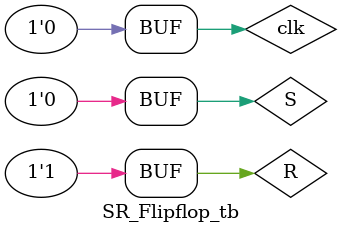
<source format=v>
module SR_Flipflop (
    input  S,
    input  R,
    input  clk,
    output Q,
    output Q_bar
);

    reg posedge_clk;
    always @(posedge clk) begin
        posedge_clk = 1;
        #1 posedge_clk = 0;
    end

    wire S_bar, R_bar;
    nand (S_bar, S, posedge_clk);
    nand (R_bar, R, posedge_clk);
    SR_Latch u_SR_Latch (
        .S    (S_bar),
        .R    (R_bar),
        .Q    (Q),
        .Q_bar(Q_bar)
    );
endmodule


module SR_Flipflop_tb;
    reg S, R, clk;
    wire Q, Q_bar;
    SR_Flipflop SR_Flipflop_0(S, R, clk, Q, Q_bar);
    
    initial begin
        $dumpfile("SR_Flipflop.vcd");
        $dumpvars(1, SR_Flipflop_tb);
        $display("S R clk | Q Q_bar");
        $monitor("%b %b   %b | %b %b", S, R, clk, Q, Q_bar);
        S = 0; R = 0; clk = 0;
        #10 S = 1; R = 0; clk = 0;
        #10 S = 1; R = 0; clk = 1;
        #10 S = 1; R = 0; clk = 0;

        #10 S = 0; R = 1; clk = 0;
        #10 S = 0; R = 1; clk = 1;
        #10 S = 0; R = 1; clk = 0;
    end
endmodule
</source>
